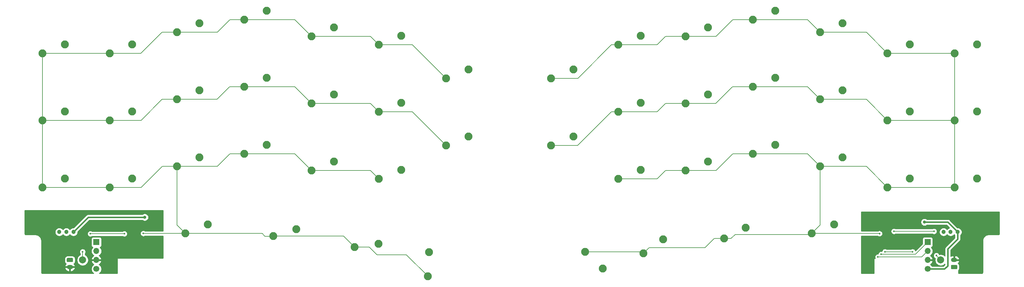
<source format=gbl>
G04 #@! TF.GenerationSoftware,KiCad,Pcbnew,(5.1.4)-1*
G04 #@! TF.CreationDate,2019-10-20T00:52:56+09:00*
G04 #@! TF.ProjectId,caravelle,63617261-7665-46c6-9c65-2e6b69636164,rev?*
G04 #@! TF.SameCoordinates,PX2faf080PY2faf080*
G04 #@! TF.FileFunction,Copper,L2,Bot*
G04 #@! TF.FilePolarity,Positive*
%FSLAX46Y46*%
G04 Gerber Fmt 4.6, Leading zero omitted, Abs format (unit mm)*
G04 Created by KiCad (PCBNEW (5.1.4)-1) date 2019-10-20 00:52:56*
%MOMM*%
%LPD*%
G04 APERTURE LIST*
%ADD10C,2.000000*%
%ADD11C,1.200000*%
%ADD12C,2.250000*%
%ADD13R,1.700000X1.700000*%
%ADD14O,1.700000X1.700000*%
%ADD15C,1.700000*%
%ADD16O,1.750000X1.200000*%
%ADD17C,0.100000*%
%ADD18C,0.500000*%
%ADD19C,0.900000*%
%ADD20C,0.400000*%
%ADD21C,0.200000*%
%ADD22C,0.254000*%
G04 APERTURE END LIST*
D10*
X260100000Y-75260000D03*
X17100000Y-75260000D03*
D11*
X262900000Y-67300000D03*
X264900000Y-67300000D03*
X260900000Y-67300000D03*
D12*
X164350420Y-77641147D03*
X159389353Y-72933502D03*
X245015000Y-54610000D03*
X251365000Y-52070000D03*
X46196250Y-67706875D03*
X52546250Y-65166875D03*
X43815000Y-48656875D03*
X50165000Y-46116875D03*
X5715000Y-54610000D03*
X12065000Y-52070000D03*
D13*
X21000000Y-70180000D03*
D14*
X21000000Y-72720000D03*
X21000000Y-75260000D03*
D15*
X21000000Y-77800000D03*
D16*
X263900000Y-75250000D03*
D17*
G36*
X264549865Y-76651202D02*
G01*
X264574095Y-76654796D01*
X264597855Y-76660748D01*
X264620918Y-76669000D01*
X264643061Y-76679472D01*
X264664070Y-76692065D01*
X264683745Y-76706657D01*
X264701894Y-76723106D01*
X264718343Y-76741255D01*
X264732935Y-76760930D01*
X264745528Y-76781939D01*
X264756000Y-76804082D01*
X264764252Y-76827145D01*
X264770204Y-76850905D01*
X264773798Y-76875135D01*
X264775000Y-76899600D01*
X264775000Y-77600400D01*
X264773798Y-77624865D01*
X264770204Y-77649095D01*
X264764252Y-77672855D01*
X264756000Y-77695918D01*
X264745528Y-77718061D01*
X264732935Y-77739070D01*
X264718343Y-77758745D01*
X264701894Y-77776894D01*
X264683745Y-77793343D01*
X264664070Y-77807935D01*
X264643061Y-77820528D01*
X264620918Y-77831000D01*
X264597855Y-77839252D01*
X264574095Y-77845204D01*
X264549865Y-77848798D01*
X264525400Y-77850000D01*
X263274600Y-77850000D01*
X263250135Y-77848798D01*
X263225905Y-77845204D01*
X263202145Y-77839252D01*
X263179082Y-77831000D01*
X263156939Y-77820528D01*
X263135930Y-77807935D01*
X263116255Y-77793343D01*
X263098106Y-77776894D01*
X263081657Y-77758745D01*
X263067065Y-77739070D01*
X263054472Y-77718061D01*
X263044000Y-77695918D01*
X263035748Y-77672855D01*
X263029796Y-77649095D01*
X263026202Y-77624865D01*
X263025000Y-77600400D01*
X263025000Y-76899600D01*
X263026202Y-76875135D01*
X263029796Y-76850905D01*
X263035748Y-76827145D01*
X263044000Y-76804082D01*
X263054472Y-76781939D01*
X263067065Y-76760930D01*
X263081657Y-76741255D01*
X263098106Y-76723106D01*
X263116255Y-76706657D01*
X263135930Y-76692065D01*
X263156939Y-76679472D01*
X263179082Y-76669000D01*
X263202145Y-76660748D01*
X263225905Y-76654796D01*
X263250135Y-76651202D01*
X263274600Y-76650000D01*
X264525400Y-76650000D01*
X264549865Y-76651202D01*
X264549865Y-76651202D01*
G37*
D11*
X263900000Y-77250000D03*
D16*
X13500000Y-77250000D03*
D17*
G36*
X14149865Y-74651202D02*
G01*
X14174095Y-74654796D01*
X14197855Y-74660748D01*
X14220918Y-74669000D01*
X14243061Y-74679472D01*
X14264070Y-74692065D01*
X14283745Y-74706657D01*
X14301894Y-74723106D01*
X14318343Y-74741255D01*
X14332935Y-74760930D01*
X14345528Y-74781939D01*
X14356000Y-74804082D01*
X14364252Y-74827145D01*
X14370204Y-74850905D01*
X14373798Y-74875135D01*
X14375000Y-74899600D01*
X14375000Y-75600400D01*
X14373798Y-75624865D01*
X14370204Y-75649095D01*
X14364252Y-75672855D01*
X14356000Y-75695918D01*
X14345528Y-75718061D01*
X14332935Y-75739070D01*
X14318343Y-75758745D01*
X14301894Y-75776894D01*
X14283745Y-75793343D01*
X14264070Y-75807935D01*
X14243061Y-75820528D01*
X14220918Y-75831000D01*
X14197855Y-75839252D01*
X14174095Y-75845204D01*
X14149865Y-75848798D01*
X14125400Y-75850000D01*
X12874600Y-75850000D01*
X12850135Y-75848798D01*
X12825905Y-75845204D01*
X12802145Y-75839252D01*
X12779082Y-75831000D01*
X12756939Y-75820528D01*
X12735930Y-75807935D01*
X12716255Y-75793343D01*
X12698106Y-75776894D01*
X12681657Y-75758745D01*
X12667065Y-75739070D01*
X12654472Y-75718061D01*
X12644000Y-75695918D01*
X12635748Y-75672855D01*
X12629796Y-75649095D01*
X12626202Y-75624865D01*
X12625000Y-75600400D01*
X12625000Y-74899600D01*
X12626202Y-74875135D01*
X12629796Y-74850905D01*
X12635748Y-74827145D01*
X12644000Y-74804082D01*
X12654472Y-74781939D01*
X12667065Y-74760930D01*
X12681657Y-74741255D01*
X12698106Y-74723106D01*
X12716255Y-74706657D01*
X12735930Y-74692065D01*
X12756939Y-74679472D01*
X12779082Y-74669000D01*
X12802145Y-74660748D01*
X12825905Y-74654796D01*
X12850135Y-74651202D01*
X12874600Y-74650000D01*
X14125400Y-74650000D01*
X14149865Y-74651202D01*
X14149865Y-74651202D01*
G37*
D11*
X13500000Y-75250000D03*
X12500000Y-67300000D03*
X14500000Y-67300000D03*
X10500000Y-67300000D03*
D13*
X256400000Y-70180000D03*
D14*
X256400000Y-72720000D03*
X256400000Y-75260000D03*
D15*
X256400000Y-77800000D03*
D12*
X264065000Y-54610000D03*
X270415000Y-52070000D03*
X120015000Y-42703750D03*
X126365000Y-40163750D03*
X175910664Y-73392500D03*
X181457560Y-69391745D03*
X5715000Y-16510000D03*
X12065000Y-13970000D03*
X24765000Y-16510000D03*
X31115000Y-13970000D03*
X81915000Y-11747499D03*
X88265000Y-9207499D03*
X100965000Y-14128750D03*
X107315000Y-11588750D03*
X5715000Y-35560000D03*
X12065000Y-33020000D03*
X24765000Y-35560000D03*
X31115000Y-33020000D03*
X43815000Y-29606875D03*
X50165000Y-27066875D03*
X62865000Y-26035000D03*
X69215000Y-23495000D03*
X81915000Y-30797500D03*
X88265000Y-28257500D03*
X100965000Y-33178750D03*
X107315000Y-30638750D03*
X120015000Y-23653750D03*
X126365000Y-21113750D03*
X24765000Y-54610000D03*
X31115000Y-52070000D03*
X62865000Y-45085000D03*
X69215000Y-42545000D03*
X81915000Y-49847500D03*
X88265000Y-47307500D03*
X100965000Y-52228750D03*
X107315000Y-49688750D03*
X94095682Y-71549055D03*
X100871541Y-70620708D03*
X264065000Y-16510000D03*
X270415000Y-13970000D03*
X245015000Y-16510000D03*
X251365000Y-13970000D03*
X225965000Y-10556875D03*
X232315000Y-8016875D03*
X206915000Y-6985000D03*
X213265000Y-4445000D03*
X187865000Y-11747499D03*
X194215000Y-9207499D03*
X168815000Y-14128750D03*
X175165000Y-11588750D03*
X264065000Y-35560000D03*
X270415000Y-33020000D03*
X245015000Y-35560000D03*
X251365000Y-33020000D03*
X225965000Y-29606875D03*
X232315000Y-27066875D03*
X206915000Y-26035000D03*
X213265000Y-23495000D03*
X187865000Y-30797500D03*
X194215000Y-28257500D03*
X168815000Y-33178750D03*
X175165000Y-30638750D03*
X149765000Y-23653750D03*
X156115000Y-21113750D03*
X225965000Y-48656875D03*
X232315000Y-46116875D03*
X206915000Y-45085000D03*
X213265000Y-42545000D03*
X187865000Y-49847500D03*
X194215000Y-47307500D03*
X168815000Y-52228750D03*
X175165000Y-49688750D03*
X149765000Y-42703750D03*
X156115000Y-40163750D03*
X43815000Y-10556875D03*
X50165000Y-8016875D03*
X62865000Y-6985000D03*
X69215000Y-4445000D03*
X71049207Y-68474349D03*
X77599859Y-66508884D03*
X223583750Y-67706875D03*
X229933750Y-65166875D03*
X198760959Y-69151724D03*
X204860028Y-66057301D03*
X114826499Y-79856335D03*
X115172344Y-73025925D03*
D18*
X38800000Y-74400000D03*
X25900000Y-66849996D03*
X5300000Y-65175000D03*
X39100000Y-64500000D03*
D19*
X34700000Y-63100000D03*
X255500000Y-64499994D03*
D18*
X238800000Y-78050000D03*
X238900000Y-66150000D03*
X272125000Y-65175000D03*
X251100000Y-65300000D03*
X243250000Y-73650000D03*
X242300000Y-74400000D03*
X17100000Y-72900001D03*
X244300000Y-72900000D03*
X252099976Y-72900000D03*
X258890002Y-73990000D03*
X19300000Y-67800000D03*
X28900000Y-67800010D03*
X258200001Y-67100000D03*
X246850000Y-67099996D03*
X34300000Y-67700000D03*
X242750000Y-67750000D03*
D20*
X14499960Y-67300000D02*
X18699960Y-63100000D01*
X34063604Y-63100000D02*
X34700000Y-63100000D01*
X18699960Y-63100000D02*
X34063604Y-63100000D01*
X256400000Y-77800000D02*
X256450000Y-77800000D01*
X264900000Y-69300000D02*
X264900000Y-67300000D01*
X262100000Y-72100000D02*
X264900000Y-69300000D01*
X262100000Y-76900000D02*
X262100000Y-72100000D01*
X256400000Y-77800000D02*
X261200000Y-77800000D01*
X261200000Y-77800000D02*
X262100000Y-76900000D01*
X256136396Y-64499994D02*
X255500000Y-64499994D01*
X262100026Y-64499994D02*
X256136396Y-64499994D01*
X264900000Y-67299968D02*
X262100026Y-64499994D01*
D21*
X252930000Y-73650000D02*
X256400000Y-70180000D01*
X243250000Y-73650000D02*
X252930000Y-73650000D01*
X254720000Y-74400000D02*
X256400000Y-72720000D01*
X242300000Y-74400000D02*
X254720000Y-74400000D01*
X17100000Y-75260000D02*
X17100000Y-72900001D01*
X244300000Y-72900000D02*
X252099976Y-72900000D01*
X260100000Y-75260000D02*
X258890002Y-74050002D01*
X258890002Y-74050002D02*
X258890002Y-73990000D01*
X19300000Y-67800000D02*
X28899990Y-67800000D01*
X28899990Y-67800000D02*
X28900000Y-67800010D01*
X258200001Y-67100000D02*
X246850004Y-67100000D01*
X246850004Y-67100000D02*
X246850000Y-67099996D01*
X5715000Y-16510000D02*
X24765000Y-16510000D01*
X77152501Y-6985000D02*
X81915000Y-11747499D01*
X62865000Y-6985000D02*
X77152501Y-6985000D01*
X98583749Y-11747499D02*
X100965000Y-14128750D01*
X81915000Y-11747499D02*
X98583749Y-11747499D01*
X110490000Y-14128750D02*
X120015000Y-23653750D01*
X100965000Y-14128750D02*
X110490000Y-14128750D01*
X5715000Y-35560000D02*
X24765000Y-35560000D01*
X77152500Y-26035000D02*
X81915000Y-30797500D01*
X62865000Y-26035000D02*
X77152500Y-26035000D01*
X98583750Y-30797500D02*
X100965000Y-33178750D01*
X81915000Y-30797500D02*
X98583750Y-30797500D01*
X110490000Y-33178750D02*
X120015000Y-42703750D01*
X100965000Y-33178750D02*
X110490000Y-33178750D01*
X5715000Y-54610000D02*
X24765000Y-54610000D01*
X77152500Y-45085000D02*
X81915000Y-49847500D01*
X62865000Y-45085000D02*
X77152500Y-45085000D01*
X98583750Y-49847500D02*
X100965000Y-52228750D01*
X81915000Y-49847500D02*
X98583750Y-49847500D01*
X71023556Y-68500000D02*
X71049207Y-68474349D01*
X68750000Y-68500000D02*
X71023556Y-68500000D01*
X46196250Y-67706875D02*
X67956875Y-67706875D01*
X67956875Y-67706875D02*
X68750000Y-68500000D01*
X91020976Y-68474349D02*
X94095682Y-71549055D01*
X71049207Y-68474349D02*
X91020976Y-68474349D01*
X114826499Y-79826499D02*
X114826499Y-79856335D01*
X108750000Y-73750000D02*
X114826499Y-79826499D01*
X100500000Y-73750000D02*
X108750000Y-73750000D01*
X94095682Y-71549055D02*
X98299055Y-71549055D01*
X98299055Y-71549055D02*
X100500000Y-73750000D01*
X43815000Y-65325625D02*
X46196250Y-67706875D01*
X43815000Y-48656875D02*
X43815000Y-65325625D01*
X34306875Y-67706875D02*
X34300000Y-67700000D01*
X46196250Y-67706875D02*
X34306875Y-67706875D01*
X5715000Y-16510000D02*
X5715000Y-54610000D01*
X42224010Y-10556875D02*
X43815000Y-10556875D01*
X39575126Y-10556875D02*
X42224010Y-10556875D01*
X24765000Y-16510000D02*
X33622001Y-16510000D01*
X33622001Y-16510000D02*
X39575126Y-10556875D01*
X39593125Y-29606875D02*
X43815000Y-29606875D01*
X24765000Y-35560000D02*
X33640000Y-35560000D01*
X33640000Y-35560000D02*
X39593125Y-29606875D01*
X39643125Y-48656875D02*
X43815000Y-48656875D01*
X24765000Y-54610000D02*
X33690000Y-54610000D01*
X33690000Y-54610000D02*
X39643125Y-48656875D01*
X58815000Y-45085000D02*
X62865000Y-45085000D01*
X43815000Y-48656875D02*
X55243125Y-48656875D01*
X55243125Y-48656875D02*
X58815000Y-45085000D01*
X58765000Y-26035000D02*
X62865000Y-26035000D01*
X43815000Y-29606875D02*
X55193125Y-29606875D01*
X55193125Y-29606875D02*
X58765000Y-26035000D01*
X58815000Y-6985000D02*
X62865000Y-6985000D01*
X43815000Y-10556875D02*
X55243125Y-10556875D01*
X55243125Y-10556875D02*
X58815000Y-6985000D01*
X264065000Y-16510000D02*
X245015000Y-16510000D01*
X239061875Y-10556875D02*
X225965000Y-10556875D01*
X245015000Y-16510000D02*
X239061875Y-10556875D01*
X149765000Y-23653750D02*
X157346250Y-23653750D01*
X166871250Y-14128750D02*
X168815000Y-14128750D01*
X157346250Y-23653750D02*
X166871250Y-14128750D01*
X149765000Y-42703750D02*
X157296250Y-42703750D01*
X166821250Y-33178750D02*
X168815000Y-33178750D01*
X157296250Y-42703750D02*
X166821250Y-33178750D01*
X222393125Y-26035000D02*
X225965000Y-29606875D01*
X206915000Y-26035000D02*
X222393125Y-26035000D01*
X239061875Y-29606875D02*
X245015000Y-35560000D01*
X225965000Y-29606875D02*
X239061875Y-29606875D01*
X245015000Y-35560000D02*
X264065000Y-35560000D01*
X245015000Y-54610000D02*
X264065000Y-54610000D01*
X239061875Y-48656875D02*
X245015000Y-54610000D01*
X225965000Y-48656875D02*
X239061875Y-48656875D01*
X222393125Y-45085000D02*
X225965000Y-48656875D01*
X206915000Y-45085000D02*
X222393125Y-45085000D01*
X175451666Y-72933502D02*
X175910664Y-73392500D01*
X159389353Y-72933502D02*
X175451666Y-72933502D01*
X225965000Y-65325625D02*
X223583750Y-67706875D01*
X225965000Y-48656875D02*
X225965000Y-65325625D01*
X223583750Y-67706875D02*
X242706875Y-67706875D01*
X242706875Y-67706875D02*
X242750000Y-67750000D01*
X195948276Y-69151724D02*
X198760959Y-69151724D01*
X193350000Y-71750000D02*
X195948276Y-69151724D01*
X175910664Y-73392500D02*
X177553164Y-71750000D01*
X177553164Y-71750000D02*
X193350000Y-71750000D01*
X223290625Y-68000000D02*
X223583750Y-67706875D01*
X201900000Y-68000000D02*
X223290625Y-68000000D01*
X200750000Y-69150000D02*
X201900000Y-68000000D01*
X198760959Y-69151724D02*
X198762683Y-69150000D01*
X198762683Y-69150000D02*
X200750000Y-69150000D01*
X264065000Y-16510000D02*
X264065000Y-54610000D01*
X206915000Y-6985000D02*
X222393125Y-6985000D01*
X224840001Y-9431876D02*
X225965000Y-10556875D01*
X222393125Y-6985000D02*
X224840001Y-9431876D01*
X196452500Y-49847500D02*
X187865000Y-49847500D01*
X206915000Y-45085000D02*
X201215000Y-45085000D01*
X201215000Y-45085000D02*
X196452500Y-49847500D01*
X201165000Y-26035000D02*
X206915000Y-26035000D01*
X187865000Y-30797500D02*
X196402500Y-30797500D01*
X196402500Y-30797500D02*
X201165000Y-26035000D01*
X205324010Y-6985000D02*
X206915000Y-6985000D01*
X201215000Y-6985000D02*
X205324010Y-6985000D01*
X187865000Y-11747499D02*
X196452501Y-11747499D01*
X196452501Y-11747499D02*
X201215000Y-6985000D01*
X182152500Y-49847500D02*
X187865000Y-49847500D01*
X168815000Y-52228750D02*
X179771250Y-52228750D01*
X179771250Y-52228750D02*
X182152500Y-49847500D01*
X182152500Y-30797500D02*
X187865000Y-30797500D01*
X168815000Y-33178750D02*
X179771250Y-33178750D01*
X179771250Y-33178750D02*
X182152500Y-30797500D01*
X182177501Y-11747499D02*
X187865000Y-11747499D01*
X168815000Y-14128750D02*
X179796250Y-14128750D01*
X179796250Y-14128750D02*
X182177501Y-11747499D01*
D22*
G36*
X276665001Y-67735917D02*
G01*
X276656496Y-67822660D01*
X276641746Y-67871514D01*
X276617788Y-67916573D01*
X276585534Y-67956120D01*
X276546215Y-67988647D01*
X276501329Y-68012917D01*
X276452573Y-68028009D01*
X276368235Y-68036874D01*
X273663895Y-68036874D01*
X273632496Y-68039967D01*
X273626402Y-68039924D01*
X273616188Y-68040925D01*
X273422091Y-68061326D01*
X273356843Y-68074719D01*
X273291402Y-68087203D01*
X273281577Y-68090169D01*
X273095139Y-68147881D01*
X273033720Y-68173699D01*
X272971962Y-68198651D01*
X272962901Y-68203469D01*
X272791224Y-68296294D01*
X272735977Y-68333559D01*
X272680252Y-68370024D01*
X272672299Y-68376510D01*
X272521921Y-68500914D01*
X272474944Y-68548220D01*
X272427387Y-68594791D01*
X272420845Y-68602698D01*
X272297495Y-68753940D01*
X272260608Y-68809459D01*
X272222994Y-68864394D01*
X272218112Y-68873421D01*
X272126487Y-69045743D01*
X272101086Y-69107370D01*
X272074859Y-69168563D01*
X272071824Y-69178366D01*
X272015415Y-69365202D01*
X272002467Y-69430594D01*
X271988626Y-69495710D01*
X271987553Y-69505916D01*
X271968508Y-69700150D01*
X271965000Y-69735770D01*
X271965001Y-78735918D01*
X271956496Y-78822661D01*
X271941746Y-78871515D01*
X271917788Y-78916574D01*
X271885534Y-78956121D01*
X271846215Y-78988648D01*
X271801329Y-79012918D01*
X271752573Y-79028010D01*
X271668225Y-79036876D01*
X265127000Y-79036876D01*
X265127000Y-78249481D01*
X265153079Y-78228079D01*
X265263472Y-78093564D01*
X265345502Y-77940097D01*
X265396016Y-77773576D01*
X265413072Y-77600400D01*
X265413072Y-76899600D01*
X265396016Y-76726424D01*
X265345502Y-76559903D01*
X265263472Y-76406436D01*
X265153079Y-76271921D01*
X265018564Y-76161528D01*
X265013699Y-76158927D01*
X265138078Y-76033474D01*
X265272421Y-75830533D01*
X265364591Y-75605282D01*
X265368462Y-75567609D01*
X265243731Y-75377000D01*
X264027000Y-75377000D01*
X264027000Y-75397000D01*
X263773000Y-75397000D01*
X263773000Y-75377000D01*
X263753000Y-75377000D01*
X263753000Y-75123000D01*
X263773000Y-75123000D01*
X263773000Y-74015000D01*
X264027000Y-74015000D01*
X264027000Y-75123000D01*
X265243731Y-75123000D01*
X265368462Y-74932391D01*
X265364591Y-74894718D01*
X265272421Y-74669467D01*
X265138078Y-74466526D01*
X264966725Y-74293693D01*
X264764946Y-74157610D01*
X264540496Y-74063507D01*
X264302000Y-74015000D01*
X264027000Y-74015000D01*
X263773000Y-74015000D01*
X263498000Y-74015000D01*
X263259504Y-74063507D01*
X263035054Y-74157610D01*
X262935000Y-74225088D01*
X262935000Y-72445867D01*
X265461428Y-69919440D01*
X265493291Y-69893291D01*
X265597636Y-69766146D01*
X265675172Y-69621087D01*
X265722918Y-69463689D01*
X265735000Y-69341019D01*
X265735000Y-69341018D01*
X265739040Y-69300000D01*
X265735000Y-69258982D01*
X265735000Y-68211554D01*
X265859287Y-68087267D01*
X265994443Y-67884992D01*
X266087540Y-67660236D01*
X266135000Y-67421637D01*
X266135000Y-67178363D01*
X266087540Y-66939764D01*
X265994443Y-66715008D01*
X265859287Y-66512733D01*
X265687267Y-66340713D01*
X265484992Y-66205557D01*
X265260236Y-66112460D01*
X265021637Y-66065000D01*
X264845900Y-66065000D01*
X262719472Y-63938573D01*
X262693317Y-63906703D01*
X262566172Y-63802358D01*
X262421113Y-63724822D01*
X262263715Y-63677076D01*
X262141045Y-63664994D01*
X262141044Y-63664994D01*
X262100026Y-63660954D01*
X262059008Y-63664994D01*
X256199422Y-63664994D01*
X256191647Y-63657219D01*
X256013940Y-63538479D01*
X255816483Y-63456690D01*
X255606863Y-63414994D01*
X255393137Y-63414994D01*
X255183517Y-63456690D01*
X254986060Y-63538479D01*
X254808353Y-63657219D01*
X254657225Y-63808347D01*
X254538485Y-63986054D01*
X254456696Y-64183511D01*
X254415000Y-64393131D01*
X254415000Y-64606857D01*
X254456696Y-64816477D01*
X254538485Y-65013934D01*
X254657225Y-65191641D01*
X254808353Y-65342769D01*
X254986060Y-65461509D01*
X255183517Y-65543298D01*
X255393137Y-65584994D01*
X255606863Y-65584994D01*
X255816483Y-65543298D01*
X256013940Y-65461509D01*
X256191647Y-65342769D01*
X256199422Y-65334994D01*
X261754159Y-65334994D01*
X262534009Y-66114844D01*
X262315008Y-66205557D01*
X262112733Y-66340713D01*
X261940713Y-66512733D01*
X261900000Y-66573664D01*
X261859287Y-66512733D01*
X261687267Y-66340713D01*
X261484992Y-66205557D01*
X261260236Y-66112460D01*
X261021637Y-66065000D01*
X260778363Y-66065000D01*
X260539764Y-66112460D01*
X260315008Y-66205557D01*
X260112733Y-66340713D01*
X259940713Y-66512733D01*
X259805557Y-66715008D01*
X259712460Y-66939764D01*
X259665000Y-67178363D01*
X259665000Y-67421637D01*
X259712460Y-67660236D01*
X259805557Y-67884992D01*
X259940713Y-68087267D01*
X260112733Y-68259287D01*
X260315008Y-68394443D01*
X260539764Y-68487540D01*
X260778363Y-68535000D01*
X261021637Y-68535000D01*
X261260236Y-68487540D01*
X261484992Y-68394443D01*
X261687267Y-68259287D01*
X261859287Y-68087267D01*
X261900000Y-68026336D01*
X261940713Y-68087267D01*
X262112733Y-68259287D01*
X262315008Y-68394443D01*
X262539764Y-68487540D01*
X262778363Y-68535000D01*
X263021637Y-68535000D01*
X263260236Y-68487540D01*
X263484992Y-68394443D01*
X263687267Y-68259287D01*
X263859287Y-68087267D01*
X263900000Y-68026336D01*
X263940713Y-68087267D01*
X264065001Y-68211555D01*
X264065000Y-68954132D01*
X261538574Y-71480559D01*
X261506710Y-71506709D01*
X261480562Y-71538571D01*
X261402364Y-71633855D01*
X261324828Y-71778914D01*
X261277082Y-71936312D01*
X261260960Y-72100000D01*
X261265001Y-72141028D01*
X261265001Y-74112762D01*
X261142252Y-73990013D01*
X260874463Y-73811082D01*
X260576912Y-73687832D01*
X260261033Y-73625000D01*
X259938967Y-73625000D01*
X259715170Y-73669516D01*
X259674279Y-73570795D01*
X259577426Y-73425845D01*
X259454157Y-73302576D01*
X259309207Y-73205723D01*
X259148147Y-73139010D01*
X258977167Y-73105000D01*
X258802837Y-73105000D01*
X258631857Y-73139010D01*
X258470797Y-73205723D01*
X258325847Y-73302576D01*
X258202578Y-73425845D01*
X258105725Y-73570795D01*
X258039012Y-73731855D01*
X258005002Y-73902835D01*
X258005002Y-74077165D01*
X258039012Y-74248145D01*
X258105725Y-74409205D01*
X258202578Y-74554155D01*
X258325847Y-74677424D01*
X258470797Y-74774277D01*
X258525110Y-74796774D01*
X258465000Y-75098967D01*
X258465000Y-75421033D01*
X258527832Y-75736912D01*
X258651082Y-76034463D01*
X258830013Y-76302252D01*
X259057748Y-76529987D01*
X259325537Y-76708918D01*
X259623088Y-76832168D01*
X259938967Y-76895000D01*
X260261033Y-76895000D01*
X260576912Y-76832168D01*
X260874463Y-76708918D01*
X261142252Y-76529987D01*
X261265000Y-76407239D01*
X261265000Y-76554132D01*
X260854133Y-76965000D01*
X257628065Y-76965000D01*
X257553475Y-76853368D01*
X257346632Y-76646525D01*
X257164466Y-76524805D01*
X257281355Y-76455178D01*
X257497588Y-76260269D01*
X257671641Y-76026920D01*
X257796825Y-75764099D01*
X257841476Y-75616890D01*
X257720155Y-75387000D01*
X256527000Y-75387000D01*
X256527000Y-75407000D01*
X256273000Y-75407000D01*
X256273000Y-75387000D01*
X256253000Y-75387000D01*
X256253000Y-75133000D01*
X256273000Y-75133000D01*
X256273000Y-75113000D01*
X256527000Y-75113000D01*
X256527000Y-75133000D01*
X257720155Y-75133000D01*
X257841476Y-74903110D01*
X257796825Y-74755901D01*
X257671641Y-74493080D01*
X257497588Y-74259731D01*
X257281355Y-74064822D01*
X257164477Y-73995201D01*
X257229014Y-73960706D01*
X257455134Y-73775134D01*
X257640706Y-73549014D01*
X257778599Y-73291034D01*
X257863513Y-73011111D01*
X257892185Y-72720000D01*
X257863513Y-72428889D01*
X257778599Y-72148966D01*
X257640706Y-71890986D01*
X257455134Y-71664866D01*
X257425313Y-71640393D01*
X257494180Y-71619502D01*
X257604494Y-71560537D01*
X257701185Y-71481185D01*
X257780537Y-71384494D01*
X257839502Y-71274180D01*
X257875812Y-71154482D01*
X257888072Y-71030000D01*
X257888072Y-69330000D01*
X257875812Y-69205518D01*
X257839502Y-69085820D01*
X257780537Y-68975506D01*
X257701185Y-68878815D01*
X257604494Y-68799463D01*
X257494180Y-68740498D01*
X257374482Y-68704188D01*
X257250000Y-68691928D01*
X255550000Y-68691928D01*
X255425518Y-68704188D01*
X255305820Y-68740498D01*
X255195506Y-68799463D01*
X255098815Y-68878815D01*
X255019463Y-68975506D01*
X254960498Y-69085820D01*
X254924188Y-69205518D01*
X254911928Y-69330000D01*
X254911928Y-70628625D01*
X252935657Y-72604897D01*
X252884253Y-72480795D01*
X252787400Y-72335845D01*
X252664131Y-72212576D01*
X252519181Y-72115723D01*
X252358121Y-72049010D01*
X252187141Y-72015000D01*
X252012811Y-72015000D01*
X251841831Y-72049010D01*
X251680771Y-72115723D01*
X251607023Y-72165000D01*
X244792953Y-72165000D01*
X244719205Y-72115723D01*
X244558145Y-72049010D01*
X244387165Y-72015000D01*
X244212835Y-72015000D01*
X244041855Y-72049010D01*
X243880795Y-72115723D01*
X243735845Y-72212576D01*
X243612576Y-72335845D01*
X243515723Y-72480795D01*
X243449010Y-72641855D01*
X243421190Y-72781714D01*
X243337165Y-72765000D01*
X243162835Y-72765000D01*
X242991855Y-72799010D01*
X242830795Y-72865723D01*
X242685845Y-72962576D01*
X242562576Y-73085845D01*
X242465723Y-73230795D01*
X242399010Y-73391855D01*
X242374515Y-73515000D01*
X242212835Y-73515000D01*
X242041855Y-73549010D01*
X241880795Y-73615723D01*
X241735845Y-73712576D01*
X241612576Y-73835845D01*
X241515723Y-73980795D01*
X241449010Y-74141855D01*
X241415000Y-74312835D01*
X241415000Y-74487165D01*
X241449010Y-74658145D01*
X241515723Y-74819205D01*
X241516251Y-74819995D01*
X241298242Y-74823012D01*
X241275224Y-74825440D01*
X241251399Y-74832667D01*
X241229443Y-74844403D01*
X241210197Y-74860197D01*
X241194403Y-74879443D01*
X241182667Y-74901399D01*
X241175440Y-74925224D01*
X241173000Y-74950000D01*
X241173000Y-79036875D01*
X237627000Y-79036875D01*
X237627000Y-68441875D01*
X242192506Y-68441875D01*
X242330795Y-68534277D01*
X242491855Y-68600990D01*
X242662835Y-68635000D01*
X242837165Y-68635000D01*
X243008145Y-68600990D01*
X243169205Y-68534277D01*
X243314155Y-68437424D01*
X243437424Y-68314155D01*
X243534277Y-68169205D01*
X243600990Y-68008145D01*
X243635000Y-67837165D01*
X243635000Y-67662835D01*
X243600990Y-67491855D01*
X243534277Y-67330795D01*
X243437424Y-67185845D01*
X243314155Y-67062576D01*
X243239707Y-67012831D01*
X245965000Y-67012831D01*
X245965000Y-67187161D01*
X245999010Y-67358141D01*
X246065723Y-67519201D01*
X246162576Y-67664151D01*
X246285845Y-67787420D01*
X246430795Y-67884273D01*
X246591855Y-67950986D01*
X246762835Y-67984996D01*
X246937165Y-67984996D01*
X247108145Y-67950986D01*
X247269205Y-67884273D01*
X247342947Y-67835000D01*
X257707048Y-67835000D01*
X257780796Y-67884277D01*
X257941856Y-67950990D01*
X258112836Y-67985000D01*
X258287166Y-67985000D01*
X258458146Y-67950990D01*
X258619206Y-67884277D01*
X258764156Y-67787424D01*
X258887425Y-67664155D01*
X258984278Y-67519205D01*
X259050991Y-67358145D01*
X259085001Y-67187165D01*
X259085001Y-67012835D01*
X259050991Y-66841855D01*
X258984278Y-66680795D01*
X258887425Y-66535845D01*
X258764156Y-66412576D01*
X258619206Y-66315723D01*
X258458146Y-66249010D01*
X258287166Y-66215000D01*
X258112836Y-66215000D01*
X257941856Y-66249010D01*
X257780796Y-66315723D01*
X257707048Y-66365000D01*
X247342959Y-66365000D01*
X247269205Y-66315719D01*
X247108145Y-66249006D01*
X246937165Y-66214996D01*
X246762835Y-66214996D01*
X246591855Y-66249006D01*
X246430795Y-66315719D01*
X246285845Y-66412572D01*
X246162576Y-66535841D01*
X246065723Y-66680791D01*
X245999010Y-66841851D01*
X245965000Y-67012831D01*
X243239707Y-67012831D01*
X243169205Y-66965723D01*
X243008145Y-66899010D01*
X242837165Y-66865000D01*
X242662835Y-66865000D01*
X242491855Y-66899010D01*
X242330795Y-66965723D01*
X242321588Y-66971875D01*
X237627000Y-66971875D01*
X237627000Y-61627000D01*
X276665001Y-61627000D01*
X276665001Y-67735917D01*
X276665001Y-67735917D01*
G37*
X276665001Y-67735917D02*
X276656496Y-67822660D01*
X276641746Y-67871514D01*
X276617788Y-67916573D01*
X276585534Y-67956120D01*
X276546215Y-67988647D01*
X276501329Y-68012917D01*
X276452573Y-68028009D01*
X276368235Y-68036874D01*
X273663895Y-68036874D01*
X273632496Y-68039967D01*
X273626402Y-68039924D01*
X273616188Y-68040925D01*
X273422091Y-68061326D01*
X273356843Y-68074719D01*
X273291402Y-68087203D01*
X273281577Y-68090169D01*
X273095139Y-68147881D01*
X273033720Y-68173699D01*
X272971962Y-68198651D01*
X272962901Y-68203469D01*
X272791224Y-68296294D01*
X272735977Y-68333559D01*
X272680252Y-68370024D01*
X272672299Y-68376510D01*
X272521921Y-68500914D01*
X272474944Y-68548220D01*
X272427387Y-68594791D01*
X272420845Y-68602698D01*
X272297495Y-68753940D01*
X272260608Y-68809459D01*
X272222994Y-68864394D01*
X272218112Y-68873421D01*
X272126487Y-69045743D01*
X272101086Y-69107370D01*
X272074859Y-69168563D01*
X272071824Y-69178366D01*
X272015415Y-69365202D01*
X272002467Y-69430594D01*
X271988626Y-69495710D01*
X271987553Y-69505916D01*
X271968508Y-69700150D01*
X271965000Y-69735770D01*
X271965001Y-78735918D01*
X271956496Y-78822661D01*
X271941746Y-78871515D01*
X271917788Y-78916574D01*
X271885534Y-78956121D01*
X271846215Y-78988648D01*
X271801329Y-79012918D01*
X271752573Y-79028010D01*
X271668225Y-79036876D01*
X265127000Y-79036876D01*
X265127000Y-78249481D01*
X265153079Y-78228079D01*
X265263472Y-78093564D01*
X265345502Y-77940097D01*
X265396016Y-77773576D01*
X265413072Y-77600400D01*
X265413072Y-76899600D01*
X265396016Y-76726424D01*
X265345502Y-76559903D01*
X265263472Y-76406436D01*
X265153079Y-76271921D01*
X265018564Y-76161528D01*
X265013699Y-76158927D01*
X265138078Y-76033474D01*
X265272421Y-75830533D01*
X265364591Y-75605282D01*
X265368462Y-75567609D01*
X265243731Y-75377000D01*
X264027000Y-75377000D01*
X264027000Y-75397000D01*
X263773000Y-75397000D01*
X263773000Y-75377000D01*
X263753000Y-75377000D01*
X263753000Y-75123000D01*
X263773000Y-75123000D01*
X263773000Y-74015000D01*
X264027000Y-74015000D01*
X264027000Y-75123000D01*
X265243731Y-75123000D01*
X265368462Y-74932391D01*
X265364591Y-74894718D01*
X265272421Y-74669467D01*
X265138078Y-74466526D01*
X264966725Y-74293693D01*
X264764946Y-74157610D01*
X264540496Y-74063507D01*
X264302000Y-74015000D01*
X264027000Y-74015000D01*
X263773000Y-74015000D01*
X263498000Y-74015000D01*
X263259504Y-74063507D01*
X263035054Y-74157610D01*
X262935000Y-74225088D01*
X262935000Y-72445867D01*
X265461428Y-69919440D01*
X265493291Y-69893291D01*
X265597636Y-69766146D01*
X265675172Y-69621087D01*
X265722918Y-69463689D01*
X265735000Y-69341019D01*
X265735000Y-69341018D01*
X265739040Y-69300000D01*
X265735000Y-69258982D01*
X265735000Y-68211554D01*
X265859287Y-68087267D01*
X265994443Y-67884992D01*
X266087540Y-67660236D01*
X266135000Y-67421637D01*
X266135000Y-67178363D01*
X266087540Y-66939764D01*
X265994443Y-66715008D01*
X265859287Y-66512733D01*
X265687267Y-66340713D01*
X265484992Y-66205557D01*
X265260236Y-66112460D01*
X265021637Y-66065000D01*
X264845900Y-66065000D01*
X262719472Y-63938573D01*
X262693317Y-63906703D01*
X262566172Y-63802358D01*
X262421113Y-63724822D01*
X262263715Y-63677076D01*
X262141045Y-63664994D01*
X262141044Y-63664994D01*
X262100026Y-63660954D01*
X262059008Y-63664994D01*
X256199422Y-63664994D01*
X256191647Y-63657219D01*
X256013940Y-63538479D01*
X255816483Y-63456690D01*
X255606863Y-63414994D01*
X255393137Y-63414994D01*
X255183517Y-63456690D01*
X254986060Y-63538479D01*
X254808353Y-63657219D01*
X254657225Y-63808347D01*
X254538485Y-63986054D01*
X254456696Y-64183511D01*
X254415000Y-64393131D01*
X254415000Y-64606857D01*
X254456696Y-64816477D01*
X254538485Y-65013934D01*
X254657225Y-65191641D01*
X254808353Y-65342769D01*
X254986060Y-65461509D01*
X255183517Y-65543298D01*
X255393137Y-65584994D01*
X255606863Y-65584994D01*
X255816483Y-65543298D01*
X256013940Y-65461509D01*
X256191647Y-65342769D01*
X256199422Y-65334994D01*
X261754159Y-65334994D01*
X262534009Y-66114844D01*
X262315008Y-66205557D01*
X262112733Y-66340713D01*
X261940713Y-66512733D01*
X261900000Y-66573664D01*
X261859287Y-66512733D01*
X261687267Y-66340713D01*
X261484992Y-66205557D01*
X261260236Y-66112460D01*
X261021637Y-66065000D01*
X260778363Y-66065000D01*
X260539764Y-66112460D01*
X260315008Y-66205557D01*
X260112733Y-66340713D01*
X259940713Y-66512733D01*
X259805557Y-66715008D01*
X259712460Y-66939764D01*
X259665000Y-67178363D01*
X259665000Y-67421637D01*
X259712460Y-67660236D01*
X259805557Y-67884992D01*
X259940713Y-68087267D01*
X260112733Y-68259287D01*
X260315008Y-68394443D01*
X260539764Y-68487540D01*
X260778363Y-68535000D01*
X261021637Y-68535000D01*
X261260236Y-68487540D01*
X261484992Y-68394443D01*
X261687267Y-68259287D01*
X261859287Y-68087267D01*
X261900000Y-68026336D01*
X261940713Y-68087267D01*
X262112733Y-68259287D01*
X262315008Y-68394443D01*
X262539764Y-68487540D01*
X262778363Y-68535000D01*
X263021637Y-68535000D01*
X263260236Y-68487540D01*
X263484992Y-68394443D01*
X263687267Y-68259287D01*
X263859287Y-68087267D01*
X263900000Y-68026336D01*
X263940713Y-68087267D01*
X264065001Y-68211555D01*
X264065000Y-68954132D01*
X261538574Y-71480559D01*
X261506710Y-71506709D01*
X261480562Y-71538571D01*
X261402364Y-71633855D01*
X261324828Y-71778914D01*
X261277082Y-71936312D01*
X261260960Y-72100000D01*
X261265001Y-72141028D01*
X261265001Y-74112762D01*
X261142252Y-73990013D01*
X260874463Y-73811082D01*
X260576912Y-73687832D01*
X260261033Y-73625000D01*
X259938967Y-73625000D01*
X259715170Y-73669516D01*
X259674279Y-73570795D01*
X259577426Y-73425845D01*
X259454157Y-73302576D01*
X259309207Y-73205723D01*
X259148147Y-73139010D01*
X258977167Y-73105000D01*
X258802837Y-73105000D01*
X258631857Y-73139010D01*
X258470797Y-73205723D01*
X258325847Y-73302576D01*
X258202578Y-73425845D01*
X258105725Y-73570795D01*
X258039012Y-73731855D01*
X258005002Y-73902835D01*
X258005002Y-74077165D01*
X258039012Y-74248145D01*
X258105725Y-74409205D01*
X258202578Y-74554155D01*
X258325847Y-74677424D01*
X258470797Y-74774277D01*
X258525110Y-74796774D01*
X258465000Y-75098967D01*
X258465000Y-75421033D01*
X258527832Y-75736912D01*
X258651082Y-76034463D01*
X258830013Y-76302252D01*
X259057748Y-76529987D01*
X259325537Y-76708918D01*
X259623088Y-76832168D01*
X259938967Y-76895000D01*
X260261033Y-76895000D01*
X260576912Y-76832168D01*
X260874463Y-76708918D01*
X261142252Y-76529987D01*
X261265000Y-76407239D01*
X261265000Y-76554132D01*
X260854133Y-76965000D01*
X257628065Y-76965000D01*
X257553475Y-76853368D01*
X257346632Y-76646525D01*
X257164466Y-76524805D01*
X257281355Y-76455178D01*
X257497588Y-76260269D01*
X257671641Y-76026920D01*
X257796825Y-75764099D01*
X257841476Y-75616890D01*
X257720155Y-75387000D01*
X256527000Y-75387000D01*
X256527000Y-75407000D01*
X256273000Y-75407000D01*
X256273000Y-75387000D01*
X256253000Y-75387000D01*
X256253000Y-75133000D01*
X256273000Y-75133000D01*
X256273000Y-75113000D01*
X256527000Y-75113000D01*
X256527000Y-75133000D01*
X257720155Y-75133000D01*
X257841476Y-74903110D01*
X257796825Y-74755901D01*
X257671641Y-74493080D01*
X257497588Y-74259731D01*
X257281355Y-74064822D01*
X257164477Y-73995201D01*
X257229014Y-73960706D01*
X257455134Y-73775134D01*
X257640706Y-73549014D01*
X257778599Y-73291034D01*
X257863513Y-73011111D01*
X257892185Y-72720000D01*
X257863513Y-72428889D01*
X257778599Y-72148966D01*
X257640706Y-71890986D01*
X257455134Y-71664866D01*
X257425313Y-71640393D01*
X257494180Y-71619502D01*
X257604494Y-71560537D01*
X257701185Y-71481185D01*
X257780537Y-71384494D01*
X257839502Y-71274180D01*
X257875812Y-71154482D01*
X257888072Y-71030000D01*
X257888072Y-69330000D01*
X257875812Y-69205518D01*
X257839502Y-69085820D01*
X257780537Y-68975506D01*
X257701185Y-68878815D01*
X257604494Y-68799463D01*
X257494180Y-68740498D01*
X257374482Y-68704188D01*
X257250000Y-68691928D01*
X255550000Y-68691928D01*
X255425518Y-68704188D01*
X255305820Y-68740498D01*
X255195506Y-68799463D01*
X255098815Y-68878815D01*
X255019463Y-68975506D01*
X254960498Y-69085820D01*
X254924188Y-69205518D01*
X254911928Y-69330000D01*
X254911928Y-70628625D01*
X252935657Y-72604897D01*
X252884253Y-72480795D01*
X252787400Y-72335845D01*
X252664131Y-72212576D01*
X252519181Y-72115723D01*
X252358121Y-72049010D01*
X252187141Y-72015000D01*
X252012811Y-72015000D01*
X251841831Y-72049010D01*
X251680771Y-72115723D01*
X251607023Y-72165000D01*
X244792953Y-72165000D01*
X244719205Y-72115723D01*
X244558145Y-72049010D01*
X244387165Y-72015000D01*
X244212835Y-72015000D01*
X244041855Y-72049010D01*
X243880795Y-72115723D01*
X243735845Y-72212576D01*
X243612576Y-72335845D01*
X243515723Y-72480795D01*
X243449010Y-72641855D01*
X243421190Y-72781714D01*
X243337165Y-72765000D01*
X243162835Y-72765000D01*
X242991855Y-72799010D01*
X242830795Y-72865723D01*
X242685845Y-72962576D01*
X242562576Y-73085845D01*
X242465723Y-73230795D01*
X242399010Y-73391855D01*
X242374515Y-73515000D01*
X242212835Y-73515000D01*
X242041855Y-73549010D01*
X241880795Y-73615723D01*
X241735845Y-73712576D01*
X241612576Y-73835845D01*
X241515723Y-73980795D01*
X241449010Y-74141855D01*
X241415000Y-74312835D01*
X241415000Y-74487165D01*
X241449010Y-74658145D01*
X241515723Y-74819205D01*
X241516251Y-74819995D01*
X241298242Y-74823012D01*
X241275224Y-74825440D01*
X241251399Y-74832667D01*
X241229443Y-74844403D01*
X241210197Y-74860197D01*
X241194403Y-74879443D01*
X241182667Y-74901399D01*
X241175440Y-74925224D01*
X241173000Y-74950000D01*
X241173000Y-79036875D01*
X237627000Y-79036875D01*
X237627000Y-68441875D01*
X242192506Y-68441875D01*
X242330795Y-68534277D01*
X242491855Y-68600990D01*
X242662835Y-68635000D01*
X242837165Y-68635000D01*
X243008145Y-68600990D01*
X243169205Y-68534277D01*
X243314155Y-68437424D01*
X243437424Y-68314155D01*
X243534277Y-68169205D01*
X243600990Y-68008145D01*
X243635000Y-67837165D01*
X243635000Y-67662835D01*
X243600990Y-67491855D01*
X243534277Y-67330795D01*
X243437424Y-67185845D01*
X243314155Y-67062576D01*
X243239707Y-67012831D01*
X245965000Y-67012831D01*
X245965000Y-67187161D01*
X245999010Y-67358141D01*
X246065723Y-67519201D01*
X246162576Y-67664151D01*
X246285845Y-67787420D01*
X246430795Y-67884273D01*
X246591855Y-67950986D01*
X246762835Y-67984996D01*
X246937165Y-67984996D01*
X247108145Y-67950986D01*
X247269205Y-67884273D01*
X247342947Y-67835000D01*
X257707048Y-67835000D01*
X257780796Y-67884277D01*
X257941856Y-67950990D01*
X258112836Y-67985000D01*
X258287166Y-67985000D01*
X258458146Y-67950990D01*
X258619206Y-67884277D01*
X258764156Y-67787424D01*
X258887425Y-67664155D01*
X258984278Y-67519205D01*
X259050991Y-67358145D01*
X259085001Y-67187165D01*
X259085001Y-67012835D01*
X259050991Y-66841855D01*
X258984278Y-66680795D01*
X258887425Y-66535845D01*
X258764156Y-66412576D01*
X258619206Y-66315723D01*
X258458146Y-66249010D01*
X258287166Y-66215000D01*
X258112836Y-66215000D01*
X257941856Y-66249010D01*
X257780796Y-66315723D01*
X257707048Y-66365000D01*
X247342959Y-66365000D01*
X247269205Y-66315719D01*
X247108145Y-66249006D01*
X246937165Y-66214996D01*
X246762835Y-66214996D01*
X246591855Y-66249006D01*
X246430795Y-66315719D01*
X246285845Y-66412572D01*
X246162576Y-66535841D01*
X246065723Y-66680791D01*
X245999010Y-66841851D01*
X245965000Y-67012831D01*
X243239707Y-67012831D01*
X243169205Y-66965723D01*
X243008145Y-66899010D01*
X242837165Y-66865000D01*
X242662835Y-66865000D01*
X242491855Y-66899010D01*
X242330795Y-66965723D01*
X242321588Y-66971875D01*
X237627000Y-66971875D01*
X237627000Y-61627000D01*
X276665001Y-61627000D01*
X276665001Y-67735917D01*
G36*
X39873000Y-66971875D02*
G01*
X34803242Y-66971875D01*
X34719205Y-66915723D01*
X34558145Y-66849010D01*
X34387165Y-66815000D01*
X34212835Y-66815000D01*
X34041855Y-66849010D01*
X33880795Y-66915723D01*
X33735845Y-67012576D01*
X33612576Y-67135845D01*
X33515723Y-67280795D01*
X33449010Y-67441855D01*
X33415000Y-67612835D01*
X33415000Y-67787165D01*
X33449010Y-67958145D01*
X33515723Y-68119205D01*
X33612576Y-68264155D01*
X33735845Y-68387424D01*
X33880795Y-68484277D01*
X34041855Y-68550990D01*
X34212835Y-68585000D01*
X34387165Y-68585000D01*
X34558145Y-68550990D01*
X34719205Y-68484277D01*
X34782664Y-68441875D01*
X39873000Y-68441875D01*
X39873000Y-74673000D01*
X27000000Y-74673000D01*
X26975224Y-74675440D01*
X26951399Y-74682667D01*
X26929443Y-74694403D01*
X26910197Y-74710197D01*
X26894403Y-74729443D01*
X26882667Y-74751399D01*
X26875440Y-74775224D01*
X26873000Y-74800000D01*
X26873000Y-79036875D01*
X21821814Y-79036875D01*
X21946632Y-78953475D01*
X22153475Y-78746632D01*
X22315990Y-78503411D01*
X22427932Y-78233158D01*
X22485000Y-77946260D01*
X22485000Y-77653740D01*
X22427932Y-77366842D01*
X22315990Y-77096589D01*
X22153475Y-76853368D01*
X21946632Y-76646525D01*
X21764466Y-76524805D01*
X21881355Y-76455178D01*
X22097588Y-76260269D01*
X22271641Y-76026920D01*
X22396825Y-75764099D01*
X22441476Y-75616890D01*
X22320155Y-75387000D01*
X21127000Y-75387000D01*
X21127000Y-75407000D01*
X20873000Y-75407000D01*
X20873000Y-75387000D01*
X19679845Y-75387000D01*
X19558524Y-75616890D01*
X19603175Y-75764099D01*
X19728359Y-76026920D01*
X19902412Y-76260269D01*
X20118645Y-76455178D01*
X20235534Y-76524805D01*
X20053368Y-76646525D01*
X19846525Y-76853368D01*
X19684010Y-77096589D01*
X19572068Y-77366842D01*
X19515000Y-77653740D01*
X19515000Y-77946260D01*
X19572068Y-78233158D01*
X19684010Y-78503411D01*
X19846525Y-78746632D01*
X20053368Y-78953475D01*
X20178186Y-79036875D01*
X5735956Y-79036876D01*
X5649213Y-79028371D01*
X5600359Y-79013621D01*
X5555300Y-78989663D01*
X5515753Y-78957409D01*
X5483226Y-78918090D01*
X5458956Y-78873204D01*
X5443864Y-78824448D01*
X5434998Y-78740101D01*
X5434998Y-77567609D01*
X12031538Y-77567609D01*
X12035409Y-77605282D01*
X12127579Y-77830533D01*
X12261922Y-78033474D01*
X12433275Y-78206307D01*
X12635054Y-78342390D01*
X12859504Y-78436493D01*
X13098000Y-78485000D01*
X13373000Y-78485000D01*
X13373000Y-77377000D01*
X13627000Y-77377000D01*
X13627000Y-78485000D01*
X13902000Y-78485000D01*
X14140496Y-78436493D01*
X14364946Y-78342390D01*
X14566725Y-78206307D01*
X14738078Y-78033474D01*
X14872421Y-77830533D01*
X14964591Y-77605282D01*
X14968462Y-77567609D01*
X14843731Y-77377000D01*
X13627000Y-77377000D01*
X13373000Y-77377000D01*
X12156269Y-77377000D01*
X12031538Y-77567609D01*
X5434998Y-77567609D01*
X5434998Y-74899600D01*
X11986928Y-74899600D01*
X11986928Y-75600400D01*
X12003984Y-75773576D01*
X12054498Y-75940097D01*
X12136528Y-76093564D01*
X12246921Y-76228079D01*
X12381436Y-76338472D01*
X12386301Y-76341073D01*
X12261922Y-76466526D01*
X12127579Y-76669467D01*
X12035409Y-76894718D01*
X12031538Y-76932391D01*
X12156269Y-77123000D01*
X13373000Y-77123000D01*
X13373000Y-77103000D01*
X13627000Y-77103000D01*
X13627000Y-77123000D01*
X14843731Y-77123000D01*
X14968462Y-76932391D01*
X14964591Y-76894718D01*
X14872421Y-76669467D01*
X14738078Y-76466526D01*
X14613699Y-76341073D01*
X14618564Y-76338472D01*
X14753079Y-76228079D01*
X14863472Y-76093564D01*
X14945502Y-75940097D01*
X14996016Y-75773576D01*
X15013072Y-75600400D01*
X15013072Y-75098967D01*
X15465000Y-75098967D01*
X15465000Y-75421033D01*
X15527832Y-75736912D01*
X15651082Y-76034463D01*
X15830013Y-76302252D01*
X16057748Y-76529987D01*
X16325537Y-76708918D01*
X16623088Y-76832168D01*
X16938967Y-76895000D01*
X17261033Y-76895000D01*
X17576912Y-76832168D01*
X17874463Y-76708918D01*
X18142252Y-76529987D01*
X18369987Y-76302252D01*
X18548918Y-76034463D01*
X18672168Y-75736912D01*
X18735000Y-75421033D01*
X18735000Y-75098967D01*
X18672168Y-74783088D01*
X18548918Y-74485537D01*
X18369987Y-74217748D01*
X18142252Y-73990013D01*
X17874463Y-73811082D01*
X17835000Y-73794736D01*
X17835000Y-73392954D01*
X17884277Y-73319206D01*
X17950990Y-73158146D01*
X17985000Y-72987166D01*
X17985000Y-72812836D01*
X17966534Y-72720000D01*
X19507815Y-72720000D01*
X19536487Y-73011111D01*
X19621401Y-73291034D01*
X19759294Y-73549014D01*
X19944866Y-73775134D01*
X20170986Y-73960706D01*
X20235523Y-73995201D01*
X20118645Y-74064822D01*
X19902412Y-74259731D01*
X19728359Y-74493080D01*
X19603175Y-74755901D01*
X19558524Y-74903110D01*
X19679845Y-75133000D01*
X20873000Y-75133000D01*
X20873000Y-75113000D01*
X21127000Y-75113000D01*
X21127000Y-75133000D01*
X22320155Y-75133000D01*
X22441476Y-74903110D01*
X22396825Y-74755901D01*
X22271641Y-74493080D01*
X22097588Y-74259731D01*
X21881355Y-74064822D01*
X21764477Y-73995201D01*
X21829014Y-73960706D01*
X22055134Y-73775134D01*
X22240706Y-73549014D01*
X22378599Y-73291034D01*
X22463513Y-73011111D01*
X22492185Y-72720000D01*
X22463513Y-72428889D01*
X22378599Y-72148966D01*
X22240706Y-71890986D01*
X22055134Y-71664866D01*
X22025313Y-71640393D01*
X22094180Y-71619502D01*
X22204494Y-71560537D01*
X22301185Y-71481185D01*
X22380537Y-71384494D01*
X22439502Y-71274180D01*
X22475812Y-71154482D01*
X22488072Y-71030000D01*
X22488072Y-69330000D01*
X22475812Y-69205518D01*
X22439502Y-69085820D01*
X22380537Y-68975506D01*
X22301185Y-68878815D01*
X22204494Y-68799463D01*
X22094180Y-68740498D01*
X21974482Y-68704188D01*
X21850000Y-68691928D01*
X20150000Y-68691928D01*
X20025518Y-68704188D01*
X19905820Y-68740498D01*
X19795506Y-68799463D01*
X19698815Y-68878815D01*
X19619463Y-68975506D01*
X19560498Y-69085820D01*
X19524188Y-69205518D01*
X19511928Y-69330000D01*
X19511928Y-71030000D01*
X19524188Y-71154482D01*
X19560498Y-71274180D01*
X19619463Y-71384494D01*
X19698815Y-71481185D01*
X19795506Y-71560537D01*
X19905820Y-71619502D01*
X19974687Y-71640393D01*
X19944866Y-71664866D01*
X19759294Y-71890986D01*
X19621401Y-72148966D01*
X19536487Y-72428889D01*
X19507815Y-72720000D01*
X17966534Y-72720000D01*
X17950990Y-72641856D01*
X17884277Y-72480796D01*
X17787424Y-72335846D01*
X17664155Y-72212577D01*
X17519205Y-72115724D01*
X17358145Y-72049011D01*
X17187165Y-72015001D01*
X17012835Y-72015001D01*
X16841855Y-72049011D01*
X16680795Y-72115724D01*
X16535845Y-72212577D01*
X16412576Y-72335846D01*
X16315723Y-72480796D01*
X16249010Y-72641856D01*
X16215000Y-72812836D01*
X16215000Y-72987166D01*
X16249010Y-73158146D01*
X16315723Y-73319206D01*
X16365001Y-73392955D01*
X16365001Y-73794736D01*
X16325537Y-73811082D01*
X16057748Y-73990013D01*
X15830013Y-74217748D01*
X15651082Y-74485537D01*
X15527832Y-74783088D01*
X15465000Y-75098967D01*
X15013072Y-75098967D01*
X15013072Y-74899600D01*
X14996016Y-74726424D01*
X14945502Y-74559903D01*
X14863472Y-74406436D01*
X14753079Y-74271921D01*
X14618564Y-74161528D01*
X14465097Y-74079498D01*
X14298576Y-74028984D01*
X14125400Y-74011928D01*
X12874600Y-74011928D01*
X12701424Y-74028984D01*
X12534903Y-74079498D01*
X12381436Y-74161528D01*
X12246921Y-74271921D01*
X12136528Y-74406436D01*
X12054498Y-74559903D01*
X12003984Y-74726424D01*
X11986928Y-74899600D01*
X5434998Y-74899600D01*
X5435000Y-69735770D01*
X5431907Y-69704371D01*
X5431950Y-69698276D01*
X5430949Y-69688062D01*
X5410548Y-69493965D01*
X5397155Y-69428717D01*
X5384671Y-69363276D01*
X5381705Y-69353451D01*
X5323993Y-69167013D01*
X5298175Y-69105594D01*
X5273223Y-69043836D01*
X5268405Y-69034775D01*
X5175580Y-68863098D01*
X5138315Y-68807851D01*
X5101850Y-68752126D01*
X5095364Y-68744173D01*
X4970960Y-68593795D01*
X4923654Y-68546818D01*
X4877083Y-68499261D01*
X4869176Y-68492719D01*
X4717934Y-68369369D01*
X4662415Y-68332482D01*
X4607480Y-68294868D01*
X4598453Y-68289986D01*
X4426131Y-68198361D01*
X4364504Y-68172960D01*
X4303311Y-68146733D01*
X4293508Y-68143698D01*
X4106672Y-68087289D01*
X4041280Y-68074341D01*
X3976164Y-68060500D01*
X3965958Y-68059427D01*
X3771724Y-68040382D01*
X3771723Y-68040382D01*
X3736105Y-68036874D01*
X1035947Y-68036874D01*
X949214Y-68028370D01*
X900360Y-68013620D01*
X855301Y-67989662D01*
X815754Y-67957408D01*
X783227Y-67918089D01*
X758957Y-67873203D01*
X743865Y-67824447D01*
X735000Y-67740109D01*
X735000Y-67178363D01*
X9265000Y-67178363D01*
X9265000Y-67421637D01*
X9312460Y-67660236D01*
X9405557Y-67884992D01*
X9540713Y-68087267D01*
X9712733Y-68259287D01*
X9915008Y-68394443D01*
X10139764Y-68487540D01*
X10378363Y-68535000D01*
X10621637Y-68535000D01*
X10860236Y-68487540D01*
X11084992Y-68394443D01*
X11287267Y-68259287D01*
X11459287Y-68087267D01*
X11500000Y-68026336D01*
X11540713Y-68087267D01*
X11712733Y-68259287D01*
X11915008Y-68394443D01*
X12139764Y-68487540D01*
X12378363Y-68535000D01*
X12621637Y-68535000D01*
X12860236Y-68487540D01*
X13084992Y-68394443D01*
X13287267Y-68259287D01*
X13459287Y-68087267D01*
X13500000Y-68026336D01*
X13540713Y-68087267D01*
X13712733Y-68259287D01*
X13915008Y-68394443D01*
X14139764Y-68487540D01*
X14378363Y-68535000D01*
X14621637Y-68535000D01*
X14860236Y-68487540D01*
X15084992Y-68394443D01*
X15287267Y-68259287D01*
X15459287Y-68087267D01*
X15594443Y-67884992D01*
X15665752Y-67712835D01*
X18415000Y-67712835D01*
X18415000Y-67887165D01*
X18449010Y-68058145D01*
X18515723Y-68219205D01*
X18612576Y-68364155D01*
X18735845Y-68487424D01*
X18880795Y-68584277D01*
X19041855Y-68650990D01*
X19212835Y-68685000D01*
X19387165Y-68685000D01*
X19558145Y-68650990D01*
X19719205Y-68584277D01*
X19792953Y-68535000D01*
X28407032Y-68535000D01*
X28480795Y-68584287D01*
X28641855Y-68651000D01*
X28812835Y-68685010D01*
X28987165Y-68685010D01*
X29158145Y-68651000D01*
X29319205Y-68584287D01*
X29464155Y-68487434D01*
X29587424Y-68364165D01*
X29684277Y-68219215D01*
X29750990Y-68058155D01*
X29785000Y-67887175D01*
X29785000Y-67712845D01*
X29750990Y-67541865D01*
X29684277Y-67380805D01*
X29587424Y-67235855D01*
X29464155Y-67112586D01*
X29319205Y-67015733D01*
X29158145Y-66949020D01*
X28987165Y-66915010D01*
X28812835Y-66915010D01*
X28641855Y-66949020D01*
X28480795Y-67015733D01*
X28407062Y-67065000D01*
X19792953Y-67065000D01*
X19719205Y-67015723D01*
X19558145Y-66949010D01*
X19387165Y-66915000D01*
X19212835Y-66915000D01*
X19041855Y-66949010D01*
X18880795Y-67015723D01*
X18735845Y-67112576D01*
X18612576Y-67235845D01*
X18515723Y-67380795D01*
X18449010Y-67541855D01*
X18415000Y-67712835D01*
X15665752Y-67712835D01*
X15687540Y-67660236D01*
X15735000Y-67421637D01*
X15735000Y-67245827D01*
X19045829Y-63935000D01*
X34000578Y-63935000D01*
X34008353Y-63942775D01*
X34186060Y-64061515D01*
X34383517Y-64143304D01*
X34593137Y-64185000D01*
X34806863Y-64185000D01*
X35016483Y-64143304D01*
X35213940Y-64061515D01*
X35391647Y-63942775D01*
X35542775Y-63791647D01*
X35661515Y-63613940D01*
X35743304Y-63416483D01*
X35785000Y-63206863D01*
X35785000Y-62993137D01*
X35743304Y-62783517D01*
X35661515Y-62586060D01*
X35542775Y-62408353D01*
X35391647Y-62257225D01*
X35213940Y-62138485D01*
X35016483Y-62056696D01*
X34806863Y-62015000D01*
X34593137Y-62015000D01*
X34383517Y-62056696D01*
X34186060Y-62138485D01*
X34008353Y-62257225D01*
X34000578Y-62265000D01*
X18740978Y-62265000D01*
X18699960Y-62260960D01*
X18658941Y-62265000D01*
X18536271Y-62277082D01*
X18378873Y-62324828D01*
X18233814Y-62402364D01*
X18106669Y-62506709D01*
X18080523Y-62538568D01*
X14554093Y-66065000D01*
X14378363Y-66065000D01*
X14139764Y-66112460D01*
X13915008Y-66205557D01*
X13712733Y-66340713D01*
X13540713Y-66512733D01*
X13500000Y-66573664D01*
X13459287Y-66512733D01*
X13287267Y-66340713D01*
X13084992Y-66205557D01*
X12860236Y-66112460D01*
X12621637Y-66065000D01*
X12378363Y-66065000D01*
X12139764Y-66112460D01*
X11915008Y-66205557D01*
X11712733Y-66340713D01*
X11540713Y-66512733D01*
X11500000Y-66573664D01*
X11459287Y-66512733D01*
X11287267Y-66340713D01*
X11084992Y-66205557D01*
X10860236Y-66112460D01*
X10621637Y-66065000D01*
X10378363Y-66065000D01*
X10139764Y-66112460D01*
X9915008Y-66205557D01*
X9712733Y-66340713D01*
X9540713Y-66512733D01*
X9405557Y-66715008D01*
X9312460Y-66939764D01*
X9265000Y-67178363D01*
X735000Y-67178363D01*
X735000Y-61127000D01*
X39873000Y-61127000D01*
X39873000Y-66971875D01*
X39873000Y-66971875D01*
G37*
X39873000Y-66971875D02*
X34803242Y-66971875D01*
X34719205Y-66915723D01*
X34558145Y-66849010D01*
X34387165Y-66815000D01*
X34212835Y-66815000D01*
X34041855Y-66849010D01*
X33880795Y-66915723D01*
X33735845Y-67012576D01*
X33612576Y-67135845D01*
X33515723Y-67280795D01*
X33449010Y-67441855D01*
X33415000Y-67612835D01*
X33415000Y-67787165D01*
X33449010Y-67958145D01*
X33515723Y-68119205D01*
X33612576Y-68264155D01*
X33735845Y-68387424D01*
X33880795Y-68484277D01*
X34041855Y-68550990D01*
X34212835Y-68585000D01*
X34387165Y-68585000D01*
X34558145Y-68550990D01*
X34719205Y-68484277D01*
X34782664Y-68441875D01*
X39873000Y-68441875D01*
X39873000Y-74673000D01*
X27000000Y-74673000D01*
X26975224Y-74675440D01*
X26951399Y-74682667D01*
X26929443Y-74694403D01*
X26910197Y-74710197D01*
X26894403Y-74729443D01*
X26882667Y-74751399D01*
X26875440Y-74775224D01*
X26873000Y-74800000D01*
X26873000Y-79036875D01*
X21821814Y-79036875D01*
X21946632Y-78953475D01*
X22153475Y-78746632D01*
X22315990Y-78503411D01*
X22427932Y-78233158D01*
X22485000Y-77946260D01*
X22485000Y-77653740D01*
X22427932Y-77366842D01*
X22315990Y-77096589D01*
X22153475Y-76853368D01*
X21946632Y-76646525D01*
X21764466Y-76524805D01*
X21881355Y-76455178D01*
X22097588Y-76260269D01*
X22271641Y-76026920D01*
X22396825Y-75764099D01*
X22441476Y-75616890D01*
X22320155Y-75387000D01*
X21127000Y-75387000D01*
X21127000Y-75407000D01*
X20873000Y-75407000D01*
X20873000Y-75387000D01*
X19679845Y-75387000D01*
X19558524Y-75616890D01*
X19603175Y-75764099D01*
X19728359Y-76026920D01*
X19902412Y-76260269D01*
X20118645Y-76455178D01*
X20235534Y-76524805D01*
X20053368Y-76646525D01*
X19846525Y-76853368D01*
X19684010Y-77096589D01*
X19572068Y-77366842D01*
X19515000Y-77653740D01*
X19515000Y-77946260D01*
X19572068Y-78233158D01*
X19684010Y-78503411D01*
X19846525Y-78746632D01*
X20053368Y-78953475D01*
X20178186Y-79036875D01*
X5735956Y-79036876D01*
X5649213Y-79028371D01*
X5600359Y-79013621D01*
X5555300Y-78989663D01*
X5515753Y-78957409D01*
X5483226Y-78918090D01*
X5458956Y-78873204D01*
X5443864Y-78824448D01*
X5434998Y-78740101D01*
X5434998Y-77567609D01*
X12031538Y-77567609D01*
X12035409Y-77605282D01*
X12127579Y-77830533D01*
X12261922Y-78033474D01*
X12433275Y-78206307D01*
X12635054Y-78342390D01*
X12859504Y-78436493D01*
X13098000Y-78485000D01*
X13373000Y-78485000D01*
X13373000Y-77377000D01*
X13627000Y-77377000D01*
X13627000Y-78485000D01*
X13902000Y-78485000D01*
X14140496Y-78436493D01*
X14364946Y-78342390D01*
X14566725Y-78206307D01*
X14738078Y-78033474D01*
X14872421Y-77830533D01*
X14964591Y-77605282D01*
X14968462Y-77567609D01*
X14843731Y-77377000D01*
X13627000Y-77377000D01*
X13373000Y-77377000D01*
X12156269Y-77377000D01*
X12031538Y-77567609D01*
X5434998Y-77567609D01*
X5434998Y-74899600D01*
X11986928Y-74899600D01*
X11986928Y-75600400D01*
X12003984Y-75773576D01*
X12054498Y-75940097D01*
X12136528Y-76093564D01*
X12246921Y-76228079D01*
X12381436Y-76338472D01*
X12386301Y-76341073D01*
X12261922Y-76466526D01*
X12127579Y-76669467D01*
X12035409Y-76894718D01*
X12031538Y-76932391D01*
X12156269Y-77123000D01*
X13373000Y-77123000D01*
X13373000Y-77103000D01*
X13627000Y-77103000D01*
X13627000Y-77123000D01*
X14843731Y-77123000D01*
X14968462Y-76932391D01*
X14964591Y-76894718D01*
X14872421Y-76669467D01*
X14738078Y-76466526D01*
X14613699Y-76341073D01*
X14618564Y-76338472D01*
X14753079Y-76228079D01*
X14863472Y-76093564D01*
X14945502Y-75940097D01*
X14996016Y-75773576D01*
X15013072Y-75600400D01*
X15013072Y-75098967D01*
X15465000Y-75098967D01*
X15465000Y-75421033D01*
X15527832Y-75736912D01*
X15651082Y-76034463D01*
X15830013Y-76302252D01*
X16057748Y-76529987D01*
X16325537Y-76708918D01*
X16623088Y-76832168D01*
X16938967Y-76895000D01*
X17261033Y-76895000D01*
X17576912Y-76832168D01*
X17874463Y-76708918D01*
X18142252Y-76529987D01*
X18369987Y-76302252D01*
X18548918Y-76034463D01*
X18672168Y-75736912D01*
X18735000Y-75421033D01*
X18735000Y-75098967D01*
X18672168Y-74783088D01*
X18548918Y-74485537D01*
X18369987Y-74217748D01*
X18142252Y-73990013D01*
X17874463Y-73811082D01*
X17835000Y-73794736D01*
X17835000Y-73392954D01*
X17884277Y-73319206D01*
X17950990Y-73158146D01*
X17985000Y-72987166D01*
X17985000Y-72812836D01*
X17966534Y-72720000D01*
X19507815Y-72720000D01*
X19536487Y-73011111D01*
X19621401Y-73291034D01*
X19759294Y-73549014D01*
X19944866Y-73775134D01*
X20170986Y-73960706D01*
X20235523Y-73995201D01*
X20118645Y-74064822D01*
X19902412Y-74259731D01*
X19728359Y-74493080D01*
X19603175Y-74755901D01*
X19558524Y-74903110D01*
X19679845Y-75133000D01*
X20873000Y-75133000D01*
X20873000Y-75113000D01*
X21127000Y-75113000D01*
X21127000Y-75133000D01*
X22320155Y-75133000D01*
X22441476Y-74903110D01*
X22396825Y-74755901D01*
X22271641Y-74493080D01*
X22097588Y-74259731D01*
X21881355Y-74064822D01*
X21764477Y-73995201D01*
X21829014Y-73960706D01*
X22055134Y-73775134D01*
X22240706Y-73549014D01*
X22378599Y-73291034D01*
X22463513Y-73011111D01*
X22492185Y-72720000D01*
X22463513Y-72428889D01*
X22378599Y-72148966D01*
X22240706Y-71890986D01*
X22055134Y-71664866D01*
X22025313Y-71640393D01*
X22094180Y-71619502D01*
X22204494Y-71560537D01*
X22301185Y-71481185D01*
X22380537Y-71384494D01*
X22439502Y-71274180D01*
X22475812Y-71154482D01*
X22488072Y-71030000D01*
X22488072Y-69330000D01*
X22475812Y-69205518D01*
X22439502Y-69085820D01*
X22380537Y-68975506D01*
X22301185Y-68878815D01*
X22204494Y-68799463D01*
X22094180Y-68740498D01*
X21974482Y-68704188D01*
X21850000Y-68691928D01*
X20150000Y-68691928D01*
X20025518Y-68704188D01*
X19905820Y-68740498D01*
X19795506Y-68799463D01*
X19698815Y-68878815D01*
X19619463Y-68975506D01*
X19560498Y-69085820D01*
X19524188Y-69205518D01*
X19511928Y-69330000D01*
X19511928Y-71030000D01*
X19524188Y-71154482D01*
X19560498Y-71274180D01*
X19619463Y-71384494D01*
X19698815Y-71481185D01*
X19795506Y-71560537D01*
X19905820Y-71619502D01*
X19974687Y-71640393D01*
X19944866Y-71664866D01*
X19759294Y-71890986D01*
X19621401Y-72148966D01*
X19536487Y-72428889D01*
X19507815Y-72720000D01*
X17966534Y-72720000D01*
X17950990Y-72641856D01*
X17884277Y-72480796D01*
X17787424Y-72335846D01*
X17664155Y-72212577D01*
X17519205Y-72115724D01*
X17358145Y-72049011D01*
X17187165Y-72015001D01*
X17012835Y-72015001D01*
X16841855Y-72049011D01*
X16680795Y-72115724D01*
X16535845Y-72212577D01*
X16412576Y-72335846D01*
X16315723Y-72480796D01*
X16249010Y-72641856D01*
X16215000Y-72812836D01*
X16215000Y-72987166D01*
X16249010Y-73158146D01*
X16315723Y-73319206D01*
X16365001Y-73392955D01*
X16365001Y-73794736D01*
X16325537Y-73811082D01*
X16057748Y-73990013D01*
X15830013Y-74217748D01*
X15651082Y-74485537D01*
X15527832Y-74783088D01*
X15465000Y-75098967D01*
X15013072Y-75098967D01*
X15013072Y-74899600D01*
X14996016Y-74726424D01*
X14945502Y-74559903D01*
X14863472Y-74406436D01*
X14753079Y-74271921D01*
X14618564Y-74161528D01*
X14465097Y-74079498D01*
X14298576Y-74028984D01*
X14125400Y-74011928D01*
X12874600Y-74011928D01*
X12701424Y-74028984D01*
X12534903Y-74079498D01*
X12381436Y-74161528D01*
X12246921Y-74271921D01*
X12136528Y-74406436D01*
X12054498Y-74559903D01*
X12003984Y-74726424D01*
X11986928Y-74899600D01*
X5434998Y-74899600D01*
X5435000Y-69735770D01*
X5431907Y-69704371D01*
X5431950Y-69698276D01*
X5430949Y-69688062D01*
X5410548Y-69493965D01*
X5397155Y-69428717D01*
X5384671Y-69363276D01*
X5381705Y-69353451D01*
X5323993Y-69167013D01*
X5298175Y-69105594D01*
X5273223Y-69043836D01*
X5268405Y-69034775D01*
X5175580Y-68863098D01*
X5138315Y-68807851D01*
X5101850Y-68752126D01*
X5095364Y-68744173D01*
X4970960Y-68593795D01*
X4923654Y-68546818D01*
X4877083Y-68499261D01*
X4869176Y-68492719D01*
X4717934Y-68369369D01*
X4662415Y-68332482D01*
X4607480Y-68294868D01*
X4598453Y-68289986D01*
X4426131Y-68198361D01*
X4364504Y-68172960D01*
X4303311Y-68146733D01*
X4293508Y-68143698D01*
X4106672Y-68087289D01*
X4041280Y-68074341D01*
X3976164Y-68060500D01*
X3965958Y-68059427D01*
X3771724Y-68040382D01*
X3771723Y-68040382D01*
X3736105Y-68036874D01*
X1035947Y-68036874D01*
X949214Y-68028370D01*
X900360Y-68013620D01*
X855301Y-67989662D01*
X815754Y-67957408D01*
X783227Y-67918089D01*
X758957Y-67873203D01*
X743865Y-67824447D01*
X735000Y-67740109D01*
X735000Y-67178363D01*
X9265000Y-67178363D01*
X9265000Y-67421637D01*
X9312460Y-67660236D01*
X9405557Y-67884992D01*
X9540713Y-68087267D01*
X9712733Y-68259287D01*
X9915008Y-68394443D01*
X10139764Y-68487540D01*
X10378363Y-68535000D01*
X10621637Y-68535000D01*
X10860236Y-68487540D01*
X11084992Y-68394443D01*
X11287267Y-68259287D01*
X11459287Y-68087267D01*
X11500000Y-68026336D01*
X11540713Y-68087267D01*
X11712733Y-68259287D01*
X11915008Y-68394443D01*
X12139764Y-68487540D01*
X12378363Y-68535000D01*
X12621637Y-68535000D01*
X12860236Y-68487540D01*
X13084992Y-68394443D01*
X13287267Y-68259287D01*
X13459287Y-68087267D01*
X13500000Y-68026336D01*
X13540713Y-68087267D01*
X13712733Y-68259287D01*
X13915008Y-68394443D01*
X14139764Y-68487540D01*
X14378363Y-68535000D01*
X14621637Y-68535000D01*
X14860236Y-68487540D01*
X15084992Y-68394443D01*
X15287267Y-68259287D01*
X15459287Y-68087267D01*
X15594443Y-67884992D01*
X15665752Y-67712835D01*
X18415000Y-67712835D01*
X18415000Y-67887165D01*
X18449010Y-68058145D01*
X18515723Y-68219205D01*
X18612576Y-68364155D01*
X18735845Y-68487424D01*
X18880795Y-68584277D01*
X19041855Y-68650990D01*
X19212835Y-68685000D01*
X19387165Y-68685000D01*
X19558145Y-68650990D01*
X19719205Y-68584277D01*
X19792953Y-68535000D01*
X28407032Y-68535000D01*
X28480795Y-68584287D01*
X28641855Y-68651000D01*
X28812835Y-68685010D01*
X28987165Y-68685010D01*
X29158145Y-68651000D01*
X29319205Y-68584287D01*
X29464155Y-68487434D01*
X29587424Y-68364165D01*
X29684277Y-68219215D01*
X29750990Y-68058155D01*
X29785000Y-67887175D01*
X29785000Y-67712845D01*
X29750990Y-67541865D01*
X29684277Y-67380805D01*
X29587424Y-67235855D01*
X29464155Y-67112586D01*
X29319205Y-67015733D01*
X29158145Y-66949020D01*
X28987165Y-66915010D01*
X28812835Y-66915010D01*
X28641855Y-66949020D01*
X28480795Y-67015733D01*
X28407062Y-67065000D01*
X19792953Y-67065000D01*
X19719205Y-67015723D01*
X19558145Y-66949010D01*
X19387165Y-66915000D01*
X19212835Y-66915000D01*
X19041855Y-66949010D01*
X18880795Y-67015723D01*
X18735845Y-67112576D01*
X18612576Y-67235845D01*
X18515723Y-67380795D01*
X18449010Y-67541855D01*
X18415000Y-67712835D01*
X15665752Y-67712835D01*
X15687540Y-67660236D01*
X15735000Y-67421637D01*
X15735000Y-67245827D01*
X19045829Y-63935000D01*
X34000578Y-63935000D01*
X34008353Y-63942775D01*
X34186060Y-64061515D01*
X34383517Y-64143304D01*
X34593137Y-64185000D01*
X34806863Y-64185000D01*
X35016483Y-64143304D01*
X35213940Y-64061515D01*
X35391647Y-63942775D01*
X35542775Y-63791647D01*
X35661515Y-63613940D01*
X35743304Y-63416483D01*
X35785000Y-63206863D01*
X35785000Y-62993137D01*
X35743304Y-62783517D01*
X35661515Y-62586060D01*
X35542775Y-62408353D01*
X35391647Y-62257225D01*
X35213940Y-62138485D01*
X35016483Y-62056696D01*
X34806863Y-62015000D01*
X34593137Y-62015000D01*
X34383517Y-62056696D01*
X34186060Y-62138485D01*
X34008353Y-62257225D01*
X34000578Y-62265000D01*
X18740978Y-62265000D01*
X18699960Y-62260960D01*
X18658941Y-62265000D01*
X18536271Y-62277082D01*
X18378873Y-62324828D01*
X18233814Y-62402364D01*
X18106669Y-62506709D01*
X18080523Y-62538568D01*
X14554093Y-66065000D01*
X14378363Y-66065000D01*
X14139764Y-66112460D01*
X13915008Y-66205557D01*
X13712733Y-66340713D01*
X13540713Y-66512733D01*
X13500000Y-66573664D01*
X13459287Y-66512733D01*
X13287267Y-66340713D01*
X13084992Y-66205557D01*
X12860236Y-66112460D01*
X12621637Y-66065000D01*
X12378363Y-66065000D01*
X12139764Y-66112460D01*
X11915008Y-66205557D01*
X11712733Y-66340713D01*
X11540713Y-66512733D01*
X11500000Y-66573664D01*
X11459287Y-66512733D01*
X11287267Y-66340713D01*
X11084992Y-66205557D01*
X10860236Y-66112460D01*
X10621637Y-66065000D01*
X10378363Y-66065000D01*
X10139764Y-66112460D01*
X9915008Y-66205557D01*
X9712733Y-66340713D01*
X9540713Y-66512733D01*
X9405557Y-66715008D01*
X9312460Y-66939764D01*
X9265000Y-67178363D01*
X735000Y-67178363D01*
X735000Y-61127000D01*
X39873000Y-61127000D01*
X39873000Y-66971875D01*
M02*

</source>
